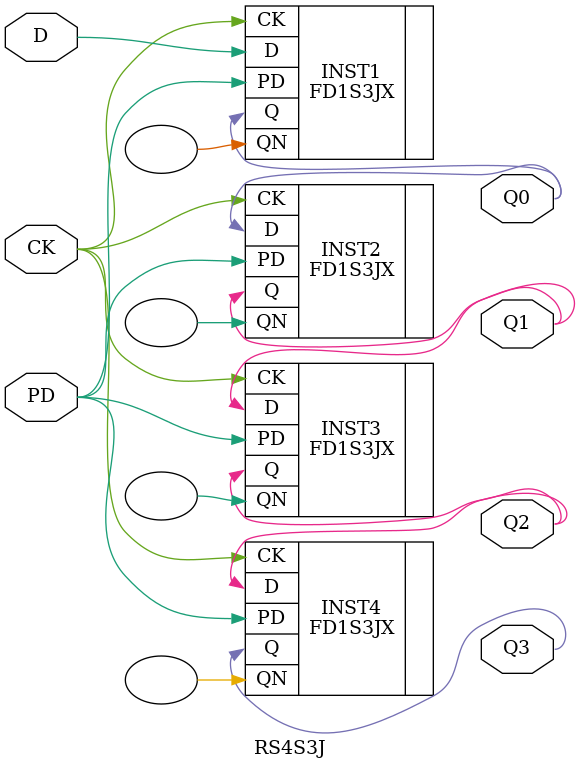
<source format=v>
`resetall
`timescale 1 ns / 100 ps

/* Created by DB2VERILOG Version 1.0.1.1 on Tue May 17 11:07:08 1994 */
/* module compiled from "lsl2db 3.6.4" run */

`celldefine
module RS4S3J (D, CK, PD, Q0, Q1, Q2, Q3);
input  D, CK, PD;
output Q0, Q1, Q2, Q3;
FD1S3JX INST1 (.D(D), .CK(CK), .PD(PD), .Q(Q0), .QN());
FD1S3JX INST2 (.D(Q0), .CK(CK), .PD(PD), .Q(Q1), .QN());
FD1S3JX INST3 (.D(Q1), .CK(CK), .PD(PD), .Q(Q2), .QN());
FD1S3JX INST4 (.D(Q2), .CK(CK), .PD(PD), .Q(Q3), .QN());

endmodule
`endcelldefine

</source>
